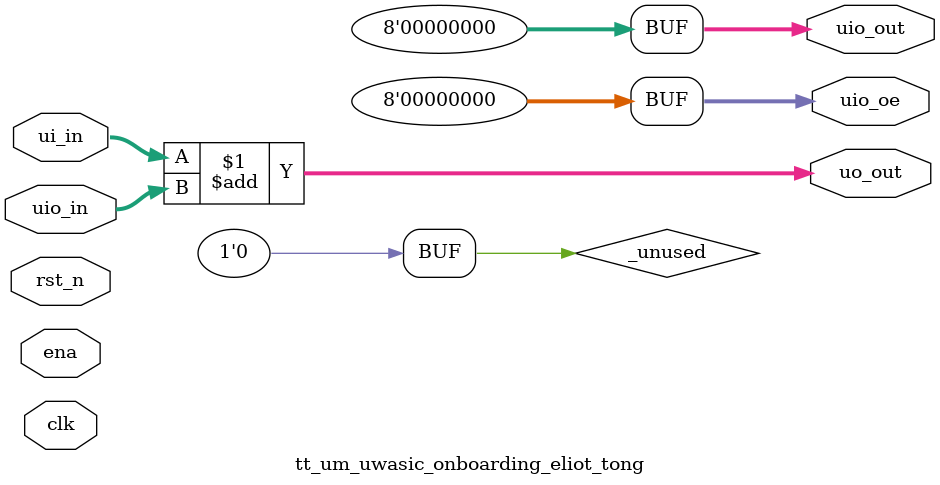
<source format=v>
/*
 * Copyright (c) 2024 Your Name
 * SPDX-License-Identifier: Apache-2.0
 */

`default_nettype none

module tt_um_uwasic_onboarding_eliot_tong (
    input  wire [7:0] ui_in,    // Dedicated inputs
    output wire [7:0] uo_out,   // Dedicated outputs
    input  wire [7:0] uio_in,   // IOs: Input path
    output wire [7:0] uio_out,  // IOs: Output path
    output wire [7:0] uio_oe,   // IOs: Enable path (active high: 0=input, 1=output)
    input  wire       ena,      // always 1 when the design is powered, so you can ignore it
    input  wire       clk,      // clock
    input  wire       rst_n     // reset_n - low to reset
);

  // All output pins must be assigned. If not used, assign to 0.
  assign uo_out  = ui_in + uio_in;  // Example: ou_out is the sum of ui_in and uio_in
  assign uio_out = 0;
  assign uio_oe  = 0;

  // List all unused inputs to prevent warnings
  wire _unused = &{ena, clk, rst_n, 1'b0};

endmodule

</source>
